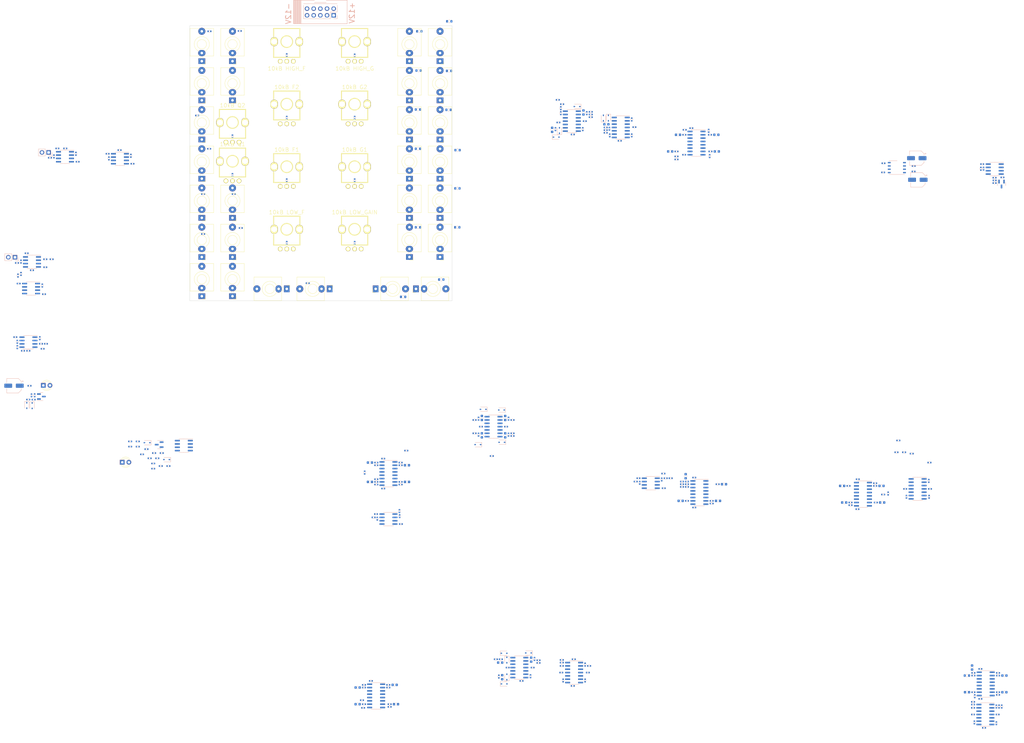
<source format=kicad_pcb>
(kicad_pcb (version 20221018) (generator pcbnew)
  (layers (0 "F.Cu" signal) (31 "B.Cu" signal) (34 "B.Paste" user) (35 "F.Paste" user) (36 "B.SilkS" user "B.Silkscreen") (37 "F.SilkS" user "F.Silkscreen") (38 "B.Mask" user) (39 "F.Mask" user) (44 "Edge.Cuts" user))
  (net 0 "")
  (net 1 "Net-(U9D--)")
  (net 2 "GNDA")
  (net 3 "Net-(J5-Pin_1)")
  (net 4 "Net-(J5-Pin_3)")
  (net 5 "+12V")
  (net 6 "-12V")
  (net 7 "Net-(U23A-+)")
  (net 8 "Net-(J1-PadT)")
  (net 9 "Net-(D10-A)")
  (net 12 "Net-(R10-Pad2)")
  (net 13 "Net-(R11-Pad2)")
  (net 14 "Net-(C10-Pad1)")
  (net 15 "Net-(U12A--)")
  (net 16 "Net-(U9B--)")
  (net 17 "Net-(U9A--)")
  (net 18 "Net-(U9C--)")
  (net 19 "Net-(D13-A)")
  (net 20 "Net-(D1-A)")
  (net 21 "+10V")
  (net 23 "Net-(J7-PadT)")
  (net 25 "Net-(J8-PadT)")
  (net 27 "-10V")
  (net 28 "F_GLOBAL")
  (net 29 "GAIN_GLOBAL")
  (net 30 "Net-(R30-Pad2)")
  (net 31 "Net-(U14A--)")
  (net 32 "Net-(C31-Pad1)")
  (net 35 "Net-(D16-A)")
  (net 36 "Net-(C3-Pad1)")
  (net 37 "/sheet2/VC1")
  (net 38 "Net-(C24-Pad1)")
  (net 39 "/sheet2/I_OUT1")
  (net 40 "Net-(C25-Pad1)")
  (net 41 "/sheet2/VC2")
  (net 42 "Net-(U23B--)")
  (net 43 "Net-(C29-Pad1)")
  (net 44 "/sheet2/VC4")
  (net 45 "Net-(D1-K)")
  (net 46 "/sheet2/I_OUT4")
  (net 47 "Net-(C32-Pad1)")
  (net 48 "/sheet2/VC3")
  (net 49 "Net-(D3-K)")
  (net 50 "Net-(J9-PadT)")
  (net 51 "Net-(J10-PadT)")
  (net 52 "Net-(R3-Pad2)")
  (net 53 "/sheet2/I_IN1")
  (net 54 "/sheet2/I_IN2")
  (net 55 "Net-(R36-Pad2)")
  (net 56 "/sheet2/I_IN4")
  (net 57 "Net-(R44-Pad2)")
  (net 58 "/sheet2/I_IN3")
  (net 59 "/sheet3/I_IN1")
  (net 60 "/sheet3/VC1")
  (net 61 "/sheet3/I_OUT1")
  (net 62 "/sheet3/VC2")
  (net 63 "/sheet3/I_IN2")
  (net 64 "/sheet3/I_IN3")
  (net 65 "/sheet3/VC3")
  (net 66 "/sheet3/I_OUT4")
  (net 67 "Net-(C23-Pad1)")
  (net 68 "/sheet3/I_IN4")
  (net 69 "Net-(C26-Pad1)")
  (net 70 "Net-(C44-Pad1)")
  (net 71 "Net-(C46-Pad1)")
  (net 72 "Net-(J11-PadT)")
  (net 74 "Net-(J12-PadT)")
  (net 76 "Net-(J13-PadT)")
  (net 78 "Net-(J14-PadT)")
  (net 80 "Net-(J15-PadT)")
  (net 82 "Net-(J16-PadT)")
  (net 84 "Net-(R52-Pad2)")
  (net 85 "Net-(C9-Pad1)")
  (net 86 "Net-(D3-A)")
  (net 87 "Net-(J6-PadT)")
  (net 89 "Net-(D4-A)")
  (net 90 "Net-(D5-K)")
  (net 91 "Net-(D5-A)")
  (net 92 "Net-(D10-K)")
  (net 93 "Net-(R58-Pad2)")
  (net 94 "Net-(R64-Pad2)")
  (net 95 "/sheet3/I_OUT2")
  (net 96 "Net-(R78-Pad2)")
  (net 97 "/sheet3/I_OUT3")
  (net 98 "/sheet4/VC1")
  (net 99 "Net-(D13-K)")
  (net 100 "Net-(C56-Pad1)")
  (net 101 "Net-(C57-Pad1)")
  (net 102 "/sheet4/VC3")
  (net 103 "Net-(D16-K)")
  (net 104 "Net-(C59-Pad1)")
  (net 105 "/sheet4/I_OUT1")
  (net 106 "Net-(C61-Pad1)")
  (net 107 "Net-(C62-Pad1)")
  (net 108 "/sheet4/I_OUT4")
  (net 109 "/sheet4/VC2")
  (net 110 "Net-(D18-K)")
  (net 111 "Net-(D18-A)")
  (net 112 "Net-(D19-A)")
  (net 113 "Net-(J17-PadT)")
  (net 115 "Net-(J18-PadT)")
  (net 117 "Net-(J19-PadT)")
  (net 119 "Net-(J20-PadT)")
  (net 121 "Net-(J21-PadT)")
  (net 123 "Net-(J22-PadT)")
  (net 125 "Net-(R84-Pad2)")
  (net 126 "Net-(D20-K)")
  (net 127 "Net-(R90-Pad2)")
  (net 128 "Net-(R91-Pad2)")
  (net 129 "Net-(R103-Pad1)")
  (net 130 "/sheet4/I_IN3")
  (net 131 "/sheet4/I_IN1")
  (net 132 "/sheet4/I_OUT2")
  (net 133 "/sheet4/I_IN2")
  (net 134 "Net-(D20-A)")
  (net 135 "/sheet4/I_IN4")
  (net 136 "Net-(R109-Pad2)")
  (net 137 "Net-(R110-Pad2)")
  (net 138 "Net-(J2-Pin_2)")
  (net 139 "/sheet3/BP_1L")
  (net 140 "/sheet4/BP_2L")
  (net 141 "/sheet1/L+BUS")
  (net 142 "/sheet3/HP_1L")
  (net 143 "/sheet4/HP_2L")
  (net 144 "Net-(C64-Pad1)")
  (net 145 "Net-(C65-Pad1)")
  (net 146 "Net-(C68-Pad1)")
  (net 147 "/sheet3/BP_1R")
  (net 148 "/sheet3/I_OUT5")
  (net 149 "Net-(C70-Pad1)")
  (net 150 "Net-(C71-Pad1)")
  (net 151 "/sheet3/I_OUT8")
  (net 152 "Net-(J23-PadT)")
  (net 154 "Net-(J24-PadT)")
  (net 156 "Net-(J25-PadT)")
  (net 158 "Net-(J30-Pin_2)")
  (net 159 "/sheet3/HP_1R")
  (net 160 "Net-(R119-Pad2)")
  (net 161 "Net-(R120-Pad2)")
  (net 162 "/sheet3/I_IN7")
  (net 163 "/sheet3/I_IN5")
  (net 164 "/sheet3/I_OUT6")
  (net 165 "/sheet3/I_IN6")
  (net 166 "/sheet3/I_IN8")
  (net 167 "Net-(Q1-B)")
  (net 168 "/sheet3/I_OUT7")
  (net 169 "Net-(C74-Pad1)")
  (net 170 "Net-(C75-Pad1)")
  (net 171 "Net-(C76-Pad1)")
  (net 172 "/sheet4/I_OUT5")
  (net 173 "Net-(C78-Pad1)")
  (net 174 "Net-(C79-Pad1)")
  (net 175 "/sheet4/I_OUT8")
  (net 176 "Net-(J26-PadT)")
  (net 178 "Net-(J27-PadT)")
  (net 180 "Net-(J28-PadT)")
  (net 182 "Net-(Q2-B)")
  (net 183 "Net-(R137-Pad2)")
  (net 184 "Net-(R138-Pad2)")
  (net 185 "/sheet4/I_IN7")
  (net 186 "/sheet4/I_IN5")
  (net 187 "/sheet4/I_OUT6")
  (net 188 "/sheet4/I_IN6")
  (net 189 "/sheet4/I_IN8")
  (net 190 "Net-(U1A--)")
  (net 191 "Net-(U5A-+)")
  (net 192 "Net-(U1B--)")
  (net 193 "Net-(C47-Pad1)")
  (net 194 "Net-(U5A--)")
  (net 195 "Net-(U5B-+)")
  (net 196 "Net-(U13A--)")
  (net 197 "Net-(U12B--)")
  (net 198 "Net-(R59-Pad2)")
  (net 199 "Net-(U6A--)")
  (net 200 "Net-(R77-Pad2)")
  (net 201 "/sheet4/BP_2R")
  (net 202 "/sheet4/HP_2R")
  (net 203 "Net-(C86-Pad1)")
  (net 204 "Net-(C87-Pad1)")
  (net 205 "/sheet2/I_OUT5")
  (net 206 "Net-(C90-Pad1)")
  (net 207 "Net-(C91-Pad1)")
  (net 208 "Net-(C92-Pad1)")
  (net 209 "/sheet2/I_OUT8")
  (net 210 "Net-(C93-Pad1)")
  (net 211 "/sheet2/I_IN5")
  (net 212 "/sheet2/I_IN6")
  (net 213 "/sheet2/I_IN8")
  (net 214 "/sheet2/I_IN7")
  (net 215 "Net-(U14B--)")
  (net 216 "/sheet1/IN_L")
  (net 217 "Net-(J29-PadT)")
  (net 219 "/sheet1/IN_R")
  (net 220 "Net-(U15A--)")
  (net 221 "Net-(J31-PadT)")
  (net 223 "Net-(U17A--)")
  (net 224 "Net-(R166-Pad2)")
  (net 225 "Net-(U21A--)")
  (net 226 "/sheet1/R+BUS")
  (net 227 "Net-(R168-Pad2)")
  (net 228 "Net-(U21B--)")
  (net 229 "/sheet1/OUTPUT_L")
  (net 230 "Net-(C16-Pad1)")
  (net 231 "/sheet1/OUTPUT_R")
  (net 232 "Net-(C103-Pad1)")
  (net 233 "Net-(U24A-+)")
  (net 234 "Net-(U24A--)")
  (net 235 "Net-(U24B-+)")
  (footprint "my:RD901F-ALPHA-POT" (layer "F.Cu") (at 36.973 6.096)
    (fp_text reference "RV3" hide)
    (fp_text value "10kB HIGH_F")
  )
  (footprint "kicad_jacks:Jack_3.5mm_QingPu_WQP-PJ398SM_Vertical_CircularHolesSMALL" (layer "F.Cu") (at 83.751 43.456332 180)
    (fp_text reference "J21" hide)
    (fp_text value "LP2")
  )
  (footprint "LED_THT:LED_D3.0mm" (layer "F.Cu") (at -25.781 166.624)
    (fp_text reference "D20" hide)
    (fp_text value "CLIP_R")
  )
  (footprint "kicad_jacks:Jack_3.5mm_QingPu_WQP-PJ398SM_Vertical_CircularHolesSMALL" (layer "F.Cu") (at 95.428 73.353664 180)
    (fp_text reference "J14" hide)
    (fp_text value "BP1L")
  )
  (footprint "my:RD901F-ALPHA-POT" (layer "F.Cu") (at 36.973 29.972)
    (fp_text reference "RV8" hide)
    (fp_text value "10kB F2")
  )
  (footprint "kicad_jacks:Jack_3.5mm_QingPu_WQP-PJ398SM_Vertical_CircularHolesSMALL" (layer "F.Cu") (at 83.751 28.507666 180)
    (fp_text reference "J20" hide)
    (fp_text value "BP2L")
  )
  (footprint "kicad_jacks:Jack_3.5mm_QingPu_WQP-PJ398SM_Vertical_CircularHolesSMALL" (layer "F.Cu") (at 83.751 88.30233 180)
    (fp_text reference "J25" hide)
    (fp_text value "LP1R")
  )
  (footprint "kicad_jacks:Jack_3.5mm_QingPu_WQP-PJ398SM_Vertical_CircularHolesSMALL" (layer "F.Cu") (at 86.24 100.457 90)
    (fp_text reference "J31" hide)
    (fp_text value "OUT_r")
  )
  (footprint "kicad_jacks:Jack_3.5mm_QingPu_WQP-PJ398SM_Vertical_CircularHolesSMALL" (layer "F.Cu") (at 4.572 43.456332 180)
    (fp_text reference "J19" hide)
    (fp_text value "Q2")
  )
  (footprint "my:RD901F-ALPHA-POT" (layer "F.Cu") (at 36.973 77.724)
    (fp_text reference "RV1" hide)
    (fp_text value "10kB LOW_F")
  )
  (footprint "kicad_jacks:Jack_3.5mm_QingPu_WQP-PJ398SM_Vertical_CircularHolesSMALL" (layer "F.Cu") (at 4.572 88.30233 180)
    (fp_text reference "J7" hide)
    (fp_text value "LOW_F")
  )
  (footprint "kicad_jacks:Jack_3.5mm_QingPu_WQP-PJ398SM_Vertical_CircularHolesSMALL" (layer "F.Cu") (at 16.272 13.559 180)
    (fp_text reference "J10" hide)
    (fp_text value "HIGH_G")
  )
  (footprint "kicad_jacks:Jack_3.5mm_QingPu_WQP-PJ398SM_Vertical_CircularHolesSMALL" (layer "F.Cu") (at 4.572 73.353664 180)
    (fp_text reference "J11" hide)
    (fp_text value "F1")
  )
  (footprint "kicad_jacks:Jack_3.5mm_QingPu_WQP-PJ398SM_Vertical_CircularHolesSMALL" (layer "F.Cu") (at 95.428 13.559 180)
    (fp_text reference "J26" hide)
    (fp_text value "HP2R")
  )
  (footprint "kicad_jacks:Jack_3.5mm_QingPu_WQP-PJ398SM_Vertical_CircularHolesSMALL" (layer "F.Cu") (at 83.751 13.559 180)
    (fp_text reference "J22" hide)
    (fp_text value "HP2L")
  )
  (footprint "kicad_jacks:Jack_3.5mm_QingPu_WQP-PJ398SM_Vertical_CircularHolesSMALL" (layer "F.Cu") (at 36.966 100.457 -90)
    (fp_text reference "J1" hide)
    (fp_text value "IN_L")
  )
  (footprint "kicad_jacks:Jack_3.5mm_QingPu_WQP-PJ398SM_Vertical_CircularHolesSMALL" (layer "F.Cu") (at 53.333 100.457 -90)
    (fp_text reference "J29" hide)
    (fp_text value "IN_R")
  )
  (footprint "my:RD901F-ALPHA-POT" (layer "F.Cu") (at 62.85 6.096)
    (fp_text reference "RV4" hide)
    (fp_text value "10kB HIGH_G")
  )
  (footprint "kicad_jacks:Jack_3.5mm_QingPu_WQP-PJ398SM_Vertical_CircularHolesSMALL" (layer "F.Cu") (at 4.572 58.404998 180)
    (fp_text reference "J13" hide)
    (fp_text value "Q1")
  )
  (footprint "kicad_jacks:Jack_3.5mm_QingPu_WQP-PJ398SM_Vertical_CircularHolesSMALL" (layer "F.Cu") (at 95.428 43.456332 180)
    (fp_text reference "J28" hide)
    (fp_text value "LP2R")
  )
  (footprint "my:RD901F-ALPHA-POT" (layer "F.Cu") (at 62.85 29.972)
    (fp_text reference "RV9" hide)
    (fp_text value "10kB G2")
  )
  (footprint "kicad_jacks:Jack_3.5mm_QingPu_WQP-PJ398SM_Vertical_CircularHolesSMALL" (layer "F.Cu") (at 16.272 28.507666 180)
    (fp_text reference "J18" hide)
    (fp_text value "G2")
  )
  (footprint "kicad_jacks:Jack_3.5mm_QingPu_WQP-PJ398SM_Vertical_CircularHolesSMALL" (layer "F.Cu") (at 95.428 28.507666 180)
    (fp_text reference "J27" hide)
    (fp_text value "BP2R")
  )
  (footprint "my:RD901F-ALPHA-POT" (layer "F.Cu") (at 36.973 53.848)
    (fp_text reference "RV5" hide)
    (fp_text value "10kB F1")
  )
  (footprint "kicad_jacks:Jack_3.5mm_QingPu_WQP-PJ398SM_Vertical_CircularHolesSMALL" (layer "F.Cu") (at 95.428 58.404998 180)
    (fp_text reference "J16" hide)
    (fp_text value "HP1L")
  )
  (footprint "my:RD901F-ALPHA-POT" (layer "F.Cu") (at 16.272 36.957)
    (fp_text reference "RV10" hide)
    (fp_text value "10kB Q2")
  )
  (footprint "kicad_jacks:Jack_3.5mm_QingPu_WQP-PJ398SM_Vertical_CircularHolesSMALL" (layer "F.Cu") (at 16.272 73.353664 180)
    (fp_text reference "J12" hide)
    (fp_text value "G1")
  )
  (footprint "kicad_jacks:Jack_3.5mm_QingPu_WQP-PJ398SM_Vertical_CircularHolesSMALL" (layer "F.Cu") (at 83.751 73.353664 180)
    (fp_text reference "J24" hide)
    (fp_text value "BP1R")
  )
  (footprint "kicad_jacks:Jack_3.5mm_QingPu_WQP-PJ398SM_Vertical_CircularHolesSMALL" (layer "F.Cu") (at 16.272 88.30233 180)
    (fp_text reference "J8" hide)
    (fp_text value "LOW_G")
  )
  (footprint "kicad_jacks:Jack_3.5mm_QingPu_WQP-PJ398SM_Vertical_CircularHolesSMALL" (layer "F.Cu") (at 83.751 58.404998 180)
    (fp_text reference "J23" hide)
    (fp_text value "HP1R")
  )
  (footprint "kicad_jacks:Jack_3.5mm_QingPu_WQP-PJ398SM_Vertical_CircularHolesSMALL" (layer "F.Cu") (at 70.873 100.457 90)
    (fp_text reference "J6" hide)
    (fp_text value "OUT_L")
  )
  (footprint "my:RD901F-ALPHA-POT" (layer "F.Cu") (at 62.85 53.848)
    (fp_text reference "RV6" hide)
    (fp_text value "10kB G1")
  )
  (footprint "kicad_jacks:Jack_3.5mm_QingPu_WQP-PJ398SM_Vertical_CircularHolesSMALL" (layer "F.Cu") (at 4.572 103.251 180)
    (fp_text reference "J3" hide)
    (fp_text value "F_GLOBAL")
  )
  (footprint "my:RD901F-ALPHA-POT" (layer "F.Cu") (at 62.85 77.724)
    (fp_text reference "RV2" hide)
    (fp_text value "10kB LOW_GAIN")
  )
  (footprint "kicad_jacks:Jack_3.5mm_QingPu_WQP-PJ398SM_Vertical_CircularHolesSMALL" (layer "F.Cu") (at 16.272 103.251 180)
    (fp_text reference "J4" hide)
    (fp_text value "GAIN_GLOBAL")
  )
  (footprint "my:RD901F-ALPHA-POT" (layer "F.Cu") (at 16.272 51.74775)
    (fp_text reference "RV7" hide)
    (fp_text value "10kB Q1")
  )
  (footprint "LED_THT:LED_D3.0mm" (layer "F.Cu") (at -55.88 137.287)
    (fp_text reference "D5" hide)
    (fp_text value "CLIP_L")
  )
  (footprint "kicad_jacks:Jack_3.5mm_QingPu_WQP-PJ398SM_Vertical_CircularHolesSMALL" (layer "F.Cu") (at 95.428 88.30233 180)
    (fp_text reference "J15" hide)
    (fp_text value "LP1L")
  )
  (footprint "kicad_jacks:Jack_3.5mm_QingPu_WQP-PJ398SM_Vertical_CircularHolesSMALL" (layer "F.Cu") (at 4.572 13.559 180)
    (fp_text reference "J9" hide)
    (fp_text value "HIGH_F")
  )
  (footprint "kicad_jacks:Jack_3.5mm_QingPu_WQP-PJ398SM_Vertical_CircularHolesSMALL" (layer "F.Cu") (at 4.572 28.507666 180)
    (fp_text reference "J17" hide)
    (fp_text value "F2")
  )
  (footprint "Capacitor_SMD:C_0402_1005Metric" (layer "B.Cu") (at 301.498 256.921)
    (fp_text reference "C72" hide)
    (fp_text value "100n 50V X7R")
  )
  (footprint "Diode_SMD:D_SOD-323" (layer "B.Cu") (at 109.855 159.893 180)
    (fp_text reference "D9" hide)
    (fp_text value "1N4148WS")
  )
  (footprint "Resistor_SMD:R_0402_1005Metric" (layer "B.Cu") (at 152.908 32.893 180)
    (fp_text reference "R94" hide)
    (fp_text value "120k")
  )
  (footprint "Resistor_SMD:R_0402_1005Metric" (layer "B.Cu") (at 131.445 241.681 90)
    (fp_text reference "R70" hide)
    (fp_text value "12k")
  )
  (footprint "Capacitor_SMD:C_0603_1608Metric" (layer "B.Cu") (at 200.802 41.656)
    (fp_text reference "C57" hide)
    (fp_text value "560pF 50V C0G 5%")
  )
  (footprint "Resistor_SMD:R_0402_1005Metric" (layer "B.Cu") (at -22.479 49.655 90)
    (fp_text reference "R172" hide)
    (fp_text value "200k")
  )
  (footprint "Capacitor_SMD:C_0402_1005Metric" (layer "B.Cu") (at 150.629952 36.449 180)
    (fp_text reference "C53" hide)
    (fp_text value "100n 50V X7R")
  )
  (footprint "Package_SO:SOIC-8_3.9x4.9mm_P1.27mm" (layer "B.Cu") (at 306.959 54.737 180)
    (fp_text reference "U23" hide)
    (fp_text value "TL072")
  )
  (footprint "Capacitor_SMD:C_0603_1608Metric" (layer "B.Cu") (at 183.188048 48.006 180)
    (fp_text reference "C56" hide)
    (fp_text value "560pF 50V C0G 5%")
  )
  (footprint "Package_SO:SOIC-16_3.9x9.9mm_P1.27mm" (layer "B.Cu") (at 194.334048 178.181 180)
    (fp_text reference "U19" hide)
    (fp_text value "V2164")
  )
  (footprint "Resistor_SMD:R_0402_1005Metric" (layer "B.Cu") (at -15.32181 165.115 180)
    (fp_text reference "R183" hide)
    (fp_text value "100k")
  )
  (footprint "Capacitor_SMD:C_0402_1005Metric" (layer "B.Cu") (at 160.02 39.342 -90)
    (fp_text reference "C50" hide)
    (fp_text value "100n 50V X7R")
  )
  (footprint "Capacitor_SMD:C_0402_1005Metric" (layer "B.Cu") (at 308.074 262.89 180)
    (fp_text reference "C66" hide)
    (fp_text value "100n 50V X7R")
  )
  (footprint "Resistor_SMD:R_0402_1005Metric" (layer "B.Cu") (at -43.434 48.893 90)
    (fp_text reference "R166" hide)
    (fp_text value "100k")
  )
  (footprint "Resistor_SMD:R_0402_1005Metric" (layer "B.Cu") (at 261.368 174.625 180)
    (fp_text reference "R141" hide)
    (fp_text value "100k")
  )
  (footprint "Resistor_SMD:R_0402_1005Metric" (layer "B.Cu") (at 79.945 185.26 90)
    (fp_text reference "R28" hide)
    (fp_text value "100k")
  )
  (footprint "Resistor_SMD:R_0402_1005Metric" (layer "B.Cu") (at 62.865 59.055 -90)
    (fp_text reference "R58" hide)
    (fp_text value "100k")
  )
  (footprint "Resistor_SMD:R_0402_1005Metric" (layer "B.Cu") (at 298.702 260.35)
    (fp_text reference "R126" hide)
    (fp_text value "100k")
  )
  (footprint "Resistor_SMD:R_0402_1005Metric" (layer "B.Cu") (at -26.797 47.498)
    (fp_text reference "R171" hide)
    (fp_text value "100k")
  )
  (footprint "Resistor_SMD:R_0402_1005Metric" (layer "B.Cu") (at 62.865 35.177 -90)
    (fp_text reference "R90" hide)
    (fp_text value "100k")
  )
  (footprint "Resistor_SMD:R_0402_1005Metric" (layer "B.Cu") (at 132.971 242.189 180)
    (fp_text reference "R61" hide)
    (fp_text value "200k")
  )
  (footprint "Capacitor_SMD:C_0603_1608Metric" (layer "B.Cu") (at 203.721 175.006)
    (fp_text reference "C86" hide)
    (fp_text value "560pF 50V C0G 5%")
  )
  (footprint "Resistor_SMD:R_0402_1005Metric" (layer "B.Cu") (at 141.857 243.078 180)
    (fp_text reference "R64" hide)
    (fp_text value "100k")
  )
  (footprint "Resistor_SMD:R_0402_1005Metric" (layer "B.Cu") (at 187.704 175.006 180)
    (fp_text reference "R163" hide)
    (fp_text value "100k")
  )
  (footprint "Resistor_SMD:R_0603_1608Metric" (layer "B.Cu") (at 296.353 248.031 180)
    (fp_text reference "R132" hide)
    (fp_text value "1k")
  )
  (footprint "Resistor_SMD:R_0402_1005Metric" (layer "B.Cu") (at 170.051 173.99 180)
    (fp_text reference "R161" hide)
    (fp_text value "100k")
  )
  (footprint "Resistor_SMD:R_0402_1005Metric" (layer "B.Cu") (at 308.229 254.381 180)
    (fp_text reference "R127" hide)
    (fp_text value "510")
  )
  (footprint "Capacitor_SMD:C_0402_1005Metric" (layer "B.Cu") (at 69.06 250.063 180)
    (fp_text reference "C35" hide)
    (fp_text value "100n 50V X7R")
  )
  (footprint "Resistor_SMD:R_0402_1005Metric" (layer "B.Cu") (at 141.857 244.348)
    (fp_text reference "R71" hide)
    (fp_text value "100k")
  )
  (footprint "Resistor_SMD:R_0402_1005Metric" (layer "B.Cu") (at -47.5 46.863 180)
    (fp_text reference "R167" hide)
    (fp_text value "200k")
  )
  (footprint "Package_SO:SOIC-14_3.9x8.7mm_P1.27mm" (layer "B.Cu") (at 164.345952 38.862 180)
    (fp_text reference "U6" hide)
    (fp_text value "TL074")
  )
  (footprint "Resistor_SMD:R_0402_1005Metric" (layer "B.Cu") (at 272.404 162.814 180)
    (fp_text reference "R139" hide)
    (fp_text value "100k")
  )
  (footprint "Resistor_SMD:R_0603_1608Metric" (layer "B.Cu") (at 102.044 62.103 180)
    (fp_text reference "R81" hide)
    (fp_text value "1k")
  )
  (footprint "Resistor_SMD:R_0402_1005Metric" (layer "B.Cu") (at 302.893 267.97 180)
    (fp_text reference "R117" hide)
    (fp_text value "100k")
  )
  (footprint "Capacitor_SMD:C_0402_1005Metric" (layer "B.Cu") (at 302.19619 52.832)
    (fp_text reference "C99" hide)
    (fp_text value "100n 50V X7R")
  )
  (footprint "Resistor_SMD:R_0402_1005Metric" (layer "B.Cu") (at 108.583 150.495)
    (fp_text reference "R4" hide)
    (fp_text value "100k")
  )
  (footprint "Diode_SMD:D_SOD-323" (layer "B.Cu") (at -62.1792 144.9578 -90)
    (fp_text reference "D4" hide)
    (fp_text value "1N4148WS")
  )
  (footprint "Resistor_SMD:R_0402_1005Metric" (layer "B.Cu") (at 298.829 248.031)
    (fp_text reference "R129" hide)
    (fp_text value "100k")
  )
  (footprint "Capacitor_SMD:C_0402_1005Metric" (layer "B.Cu") (at 254.607 184.531 180)
    (fp_text reference "C80" hide)
    (fp_text value "100n 50V X7R")
  )
  (footprint "Resistor_SMD:R_0402_1005Metric" (layer "B.Cu") (at 301.68819 54.612 90)
    (fp_text reference "R175" hide)
    (fp_text value "100k")
  )
  (footprint "Resistor_SMD:R_0402_1005Metric" (layer "B.Cu") (at 71.114 175.133)
    (fp_text reference "R45" hide)
    (fp_text value "100k")
  )
  (footprint "Resistor_SMD:R_0402_1005Metric" (layer "B.Cu") (at 270.204 158.314 180)
    (fp_text reference "R138" hide)
    (fp_text value "100k")
  )
  (footprint "Package_SO:SOIC-8_3.9x4.9mm_P1.27mm" (layer "B.Cu") (at -2.286 160.274 180)
    (fp_text reference "U24" hide)
    (fp_text value "TL072")
  )
  (footprint "Capacitor_SMD:C_0603_1608Metric" (layer "B.Cu") (at 150.114 33.134 -90)
    (fp_text reference "C58" hide)
    (fp_text value "560pF 50V C0G 5%")
  )
  (footprint "Resistor_SMD:R_0402_1005Metric" (layer "B.Cu") (at 36.957 59.053 -90)
    (fp_text reference "R52" hide)
    (fp_text value "100k")
  )
  (footprint "Resistor_SMD:R_0402_1005Metric" (layer "B.Cu") (at 168.529 35.812 90)
    (fp_text reference "R89" hide)
    (fp_text value "100k")
  )
  (footprint "Diode_SMD:D_SOD-323" (layer "B.Cu") (at 118.999 159.004 180)
    (fp_text reference "D7" hide)
    (fp_text value "1N4148WS")
  )
  (footprint "Resistor_SMD:R_0603_1608Metric" (layer "B.Cu") (at 81.344 103.505)
    (fp_text reference "R23" hide)
    (fp_text value "1k")
  )
  (footprint "Capacitor_SMD:C_0603_1608Metric" (layer "B.Cu") (at 200.981048 48.006)
    (fp_text reference "C59" hide)
    (fp_text value "560pF 50V C0G 5%")
  )
  (footprint "Resistor_SMD:R_0402_1005Metric" (layer "B.Cu") (at 158.597 40.894)
    (fp_text reference "R86" hide)
    (fp_text value "100k")
  )
  (footprint "Capacitor_SMD:C_0402_1005Metric" (layer "B.Cu") (at 71.021 186.403)
    (fp_text reference "C36" hide)
    (fp_text value "100n 50V X7R")
  )
  (footprint "Resistor_SMD:R_0402_1005Metric" (layer "B.Cu") (at -55.12 89.154 180)
    (fp_text reference "R11" hide)
    (fp_text value "100k")
  )
  (footprint "Resistor_SMD:R_0402_1005Metric" (layer "B.Cu") (at -56.767 121.412)
    (fp_text reference "R2" hide)
    (fp_text value "100k")
  )
  (footprint "Capacitor_SMD:C_0603_1608Metric" (layer "B.Cu") (at 82.821 174.117)
    (fp_text reference "C25" hide)
    (fp_text value "560pF 50V C0G 5%")
  )
  (footprint "Resistor_SMD:R_0402_1005Metric" (layer "B.Cu") (at 189.609 173.99)
    (fp_text reference "R159" hide)
    (fp_text value "510")
  )
  (footprint "Diode_SMD:D_SOD-323" (layer "B.Cu") (at 111.887 146.431 180)
    (fp_text reference "D6" hide)
    (fp_text value "1N4148WS")
  )
  (footprint "Diode_SMD:D_SOD-323" (layer "B.Cu") (at -8.83181 165.605 180)
    (fp_text reference "D18" hide)
    (fp_text value "1N4148WS")
  )
  (footprint "Resistor_SMD:R_0402_1005Metric" (layer "B.Cu") (at 185.601048 51.054 180)
    (fp_text reference "R97" hide)
    (fp_text value "100k")
  )
  (footprint "Capacitor_SMD:C_0402_1005Metric" (layer "B.Cu") (at 80.01 187.193 -90)
    (fp_text reference "C24" hide)
    (fp_text value "68pF 50V NP0 ±1%")
  )
  (footprint "Resistor_SMD:R_0402_1005Metric" (layer "B.Cu") (at 187.704 173.99 180)
    (fp_text reference "R134" hide)
    (fp_text value "100k")
  )
  (footprint "Resistor_SMD:R_0603_1608Metric" (layer "B.Cu") (at 87.249 17.145 180)
    (fp_text reference "R113" hide)
    (fp_text value "1k")
  )
  (footprint "Resistor_SMD:R_0402_1005Metric" (layer "B.Cu") (at 19.05 2.032 180)
    (fp_text reference "R48" hide)
    (fp_text value "120k")
  )
  (footprint "Resistor_SMD:R_0402_1005Metric" (layer "B.Cu") (at 110.109 156.085 -90)
    (fp_text reference "R51" hide)
    (fp_text value "12k")
  )
  (footprint "Resistor_SMD:R_0603_1608Metric" (layer "B.Cu") (at 98.933 -1.651 180)
    (fp_text reference "R149" hide)
    (fp_text value "1k")
  )
  (footprint "Resistor_SMD:R_0402_1005Metric" (layer "B.Cu") (at 298.835 254.381)
    (fp_text reference "R124" hide)
    (fp_text value "510")
  )
  (footprint "Resistor_SMD:R_0402_1005Metric" (layer "B.Cu") (at 16.256 57.021 -90)
    (fp_text reference "R78" hide)
    (fp_text value "150k")
  )
  (footprint "Resistor_SMD:R_0402_1005Metric" (layer "B.Cu") (at 298.704 259.08 180)
    (fp_text reference "R120" hide)
    (fp_text value "100k")
  )
  (footprint "Package_SO:SOIC-16_3.9x9.9mm_P1.27mm" (layer "B.Cu") (at 71.052 255.778 180)
    (fp_text reference "U11" hide)
    (fp_text value "V2164")
  )
  (footprint "Connector_PinHeader_2.54mm:PinHeader_1x02_P2.54mm_Vertical" (layer "B.Cu") (at -53.848 48.387 90)
    (fp_text reference "J30" hide)
    (fp_text value "-6dB")
  )
  (footprint "Resistor_SMD:R_0402_1005Metric" (layer "B.Cu") (at 123.065 155.575 180)
    (fp_text reference "R31" hide)
    (fp_text value "200k")
  )
  (footprint "Resistor_SMD:R_0402_1005Metric" (layer "B.Cu") (at 189.609 175.006)
    (fp_text reference "R158" hide)
    (fp_text value "100k")
  )
  (footprint "Resistor_SMD:R_0402_1005Metric" (layer "B.Cu") (at 189.611 181.356)
    (fp_text reference "R164" hide)
    (fp_text value "510")
  )
  (footprint "Resistor_SMD:R_0402_1005Metric" (layer "B.Cu") (at 71.118 173.101)
    (fp_text reference "R49" hide)
    (fp_text value "100k")
  )
  (footprint "Capacitor_SMD:C_0402_1005Metric" (layer "B.Cu") (at -54.864 121.412)
    (fp_text reference "C9" hide)
    (fp_text value "100n 50V X7R")
  )
  (footprint "Resistor_SMD:R_0402_1005Metric" (layer "B.Cu") (at 180.594 170.942)
    (fp_text reference "R155" hide)
    (fp_text value "100k")
  )
  (footprint "Resistor_SMD:R_0402_1005Metric" (layer "B.Cu") (at 197.866 40.13 -90)
    (fp_text reference "R99" hide)
    (fp_text value "100k")
  )
  (footprint "Resistor_SMD:R_0402_1005Metric" (layer "B.Cu") (at -22.76181 158.675 180)
    (fp_text reference "R184" hide)
    (fp_text value "22k")
  )
  (footprint "Package_SO:SOIC-8_3.9x4.9mm_P1.27mm" (layer "B.Cu") (at -60.53688 100.33 180)
    (fp_text reference "U3" hide)
    (fp_text value "TL072")
  )
  (footprint "Capacitor_SMD:C_0603_1608Metric" (layer "B.Cu") (at 298.323 244.97 90)
    (fp_text reference "C70" hide)
    (fp_text value "560pF 50V C0G 5%")
  )
  (footprint "Resistor_SMD:R_0402_1005Metric" (layer "B.Cu") (at 5.08 64.262)
    (fp_text reference "R55" hide)
    (fp_text value "100k")
  )
  (footprint "Resistor_SMD:R_0402_1005Metric" (layer "B.Cu") (at 80.391 175.133 180)
    (fp_text reference "R29" hide)
    (fp_text value "100k")
  )
  (footprint "Capacitor_SMD:C_0402_1005Metric" (layer "B.Cu") (at 264.414 56.007 180)
    (fp_text reference "C5" hide)
    (fp_text value "100n")
  )
  (footprint "Resistor_SMD:R_0402_1005Metric" (layer "B.Cu") (at 281.813 173.734 90)
    (fp_text reference "R136" hide)
    (fp_text value "100k")
  )
  (footprint "Resistor_SMD:R_0402_1005Metric" (layer "B.Cu") (at 199.011 181.356 180)
    (fp_text reference "R157" hide)
    (fp_text value "510")
  )
  (footprint "Resistor_SMD:R_0402_1005Metric" (layer "B.Cu") (at -65.786 122.682 90)
    (fp_text reference "R13" hide)
    (fp_text value "100k")
  )
  (footprint "Resistor_SMD:R_0402_1005Metric" (layer "B.Cu") (at -64.389 90.045 90)
    (fp_text reference "R22" hide)
    (fp_text value "100k")
  )
  (footprint "Capacitor_SMD:C_0603_1608Metric" (layer "B.Cu") (at 82.808 167.767)
    (fp_text reference "C3" hide)
    (fp_text value "560pF 50V C0G 5%")
  )
  (footprint "Resistor_SMD:R_0402_1005Metric" (layer "B.Cu") (at 146.05 251.968 180)
    (fp_text reference "R56" hide)
    (fp_text value "100k")
  )
  (footprint "Resistor_SMD:R_0402_1005Metric" (layer "B.Cu") (at 65.659 257.429)
    (fp_text reference "R66" hide)
    (fp_text value "100k")
  )
  (footprint "Diode_SMD:D_SOD-323" (layer "B.Cu") (at 119.854 239.522)
    (fp_text reference "D11" hide)
    (fp_text value "1N4148WS")
  )
  (footprint "Diode_SMD:D_SOD-323" (layer "B.Cu") (at 140.97 40.039 90)
    (fp_text reference "D16" hide)
    (fp_text value "1N4148WS")
  )
  (footprint "Capacitor_SMD:C_0603_1608Metric" (layer "B.Cu") (at 119.126 248.653 90)
    (fp_text reference "C48" hide)
    (fp_text value "560pF 50V C0G 5%")
  )
  (footprint "Resistor_SMD:R_0402_1005Metric" (layer "B.Cu") (at 82.55 162.179)
    (fp_text reference "R9" hide)
    (fp_text value "100k")
  )
  (footprint "Capacitor_SMD:C_0402_1005Metric" (layer "B.Cu") (at -18.21181 163.605 180)
    (fp_text reference "C102" hide)
    (fp_text value "100n 50V X7R")
  )
  (footprint "Capacitor_SMD:C_0603_1608Metric" (layer "B.Cu") (at 189.103 171.945 90)
    (fp_text reference "C91" hide)
    (fp_text value "560pF 50V C0G 5%")
  )
  (footprint "Capacitor_SMD:C_0402_1005Metric" (layer "B.Cu") (at -22.74181 160.655 180)
    (fp_text reference "C16" hide)
    (fp_text value "100n 50V X7R")
  )
  (footprint "Resistor_SMD:R_0402_1005Metric" (layer "B.Cu") (at 66.675 170.561 -90)
    (fp_text reference "R42" hide)
    (fp_text value "100k")
  )
  (footprint "Capacitor_SMD:C_0603_1608Metric" (layer "B.Cu") (at 130.175 241.948 -90)
    (fp_text reference "C27" hide)
    (fp_text value "560pF 50V C0G 5%")
  )
  (footprint "Resistor_SMD:R_0402_1005Metric" (layer "B.Cu") (at 80.393 167.767 180)
    (fp_text reference "R7" hide)
    (fp_text value "510")
  )
  (footprint "Package_SO:SOIC-14_3.9x8.7mm_P1.27mm" (layer "B.Cu") (at 115.824 153.035 180)
    (fp_text reference "U9" hide)
    (fp_text value "TL074")
  )
  (footprint "Resistor_SMD:R_0402_1005Metric" (layer "B.Cu") (at -10.71181 163.125 180)
    (fp_text reference "R179" hide)
    (fp_text value "100k")
  )
  (footprint "Resistor_SMD:R_0402_1005Metric" (layer "B.Cu") (at 308.231 247.015 180)
    (fp_text reference "R123" hide)
    (fp_text value "100k")
  )
  (footprint "Resistor_SMD:R_0402_1005Metric" (layer "B.Cu") (at 110.109 149.987 90)
    (fp_text reference "R8" hide)
    (fp_text value "18k")
  )
  (footprint "Resistor_SMD:R_0402_1005Metric" (layer "B.Cu") (at 7.368 46.99)
    (fp_text reference "R74" hide)
    (fp_text value "100k")
  )
  (footprint "Resistor_SMD:R_0402_1005Metric" (layer "B.Cu") (at 66.417 251.587)
    (fp_text reference "R75" hide)
    (fp_text value "100k")
  )
  (footprint "Resistor_SMD:R_0603_1608Metric" (layer "B.Cu") (at 86.995 76.962 180)
    (fp_text reference "R133" hide)
    (fp_text value "1k")
  )
  (footprint "Capacitor_SMD:C_0603_1608Metric" (layer "B.Cu") (at 264.037 181.991)
    (fp_text reference "C76" hide)
    (fp_text value "560pF 50V C0G 5%")
  )
  (footprint "Diode_SMD:D_SOD-323" (layer "B.Cu") (at 159.639 35.272 -90)
    (fp_text reference "D1" hide)
    (fp_text value "1N4148WS")
  )
  (footprint "Capacitor_SMD:C_0402_1005Metric" (layer "B.Cu") (at 299.212 265.91 90)
    (fp_text reference "C71" hide)
    (fp_text value "68pF 50V NP0 ±1%")
  )
  (footprint "Resistor_SMD:R_0402_1005Metric" (layer "B.Cu") (at 19.431 77.216)
    (fp_text reference "R33" hide)
    (fp_text value "120k")
  )
  (footprint "Diode_SMD:D_SOD-323" (layer "B.Cu") (at 157.734 35.272 90)
    (fp_text reference "D2" hide)
    (fp_text value "1N4148WS")
  )
  (footprint "Resistor_SMD:R_0402_1005Metric" (layer "B.Cu") (at 306.89319 60.071 180)
    (fp_text reference "R14" hide)
    (fp_text value "3k3")
  )
  (footprint "Capacitor_SMD:C_0402_1005Metric" (layer "B.Cu") (at 254.734 173.101 180)
    (fp_text reference "C81" hide)
    (fp_text value "100n 50V X7R")
  )
  (footprint "Resistor_SMD:R_0603_1608Metric" (layer "B.Cu") (at 98.679 32.131 180)
    (fp_text reference "R151" hide)
    (fp_text value "1k")
  )
  (footprint "Resistor_SMD:R_0402_1005Metric" (layer "B.Cu") (at 298.831 247.015)
    (fp_text reference "R130" hide)
    (fp_text value "510")
  )
  (footprint "Resistor_SMD:R_0402_1005Metric" (layer "B.Cu") (at -65.786 120.65 90)
    (fp_text reference "R12" hide)
    (fp_text value "100k")
  )
  (footprint "Resistor_SMD:R_0402_1005Metric" (layer "B.Cu") (at -12.41181 165.115 180)
    (fp_text reference "R181" hide)
    (fp_text value "100k")
  )
  (footprint "Diode_SMD:D_SOD-323" (layer "B.Cu") (at 118.872 146.685 180)
    (fp_text reference "D8" hide)
    (fp_text value "1N4148WS")
  )
  (footprint "Package_TO_SOT_SMD:SOT-23" (layer "B.Cu") (at 309.56219 60.452 -90)
    (fp_text reference "U4" hide)
    (fp_text value "LM4040B10")
  )
  (footprint "Capacitor_SMD:C_0402_1005Metric" (layer "B.Cu") (at 188.53 49.276 180)
    (fp_text reference "C51" hide)
    (fp_text value "100n 50V X7R")
  )
  (footprint "Resistor_SMD:R_0402_1005Metric" (layer "B.Cu") (at 123.065 150.495 180)
    (fp_text reference "R37" hide)
    (fp_text value "100k")
  )
  (footprint "Resistor_SMD:R_0402_1005Metric" (layer "B.Cu") (at 282.067 166.751 180)
    (fp_text reference "R135" hide)
    (fp_text value "100k")
  )
  (footprint "Capacitor_SMD:C_0603_1608Metric" (layer "B.Cu") (at 310.659 248.031)
    (fp_text reference "C65" hide)
    (fp_text value "560pF 50V C0G 5%")
  )
  (footprint "Capacitor_SMD:C_0402_1005Metric" (layer "B.Cu") (at 307.594 266.22 90)
    (fp_text reference "C69" hide)
    (fp_text value "68pF 50V NP0 ±1%")
  )
  (footprint "Resistor_SMD:R_0402_1005Metric" (layer "B.Cu") (at 308.61 259.84 -90)
    (fp_text reference "R116" hide)
    (fp_text value "100k")
  )
  (footprint "Resistor_SMD:R_0603_1608Metric" (layer "B.Cu") (at 101.981 76.962 180)
    (fp_text reference "R82" hide)
    (fp_text value "1k")
  )
  (footprint "Resistor_SMD:R_0402_1005Metric" (layer "B.Cu") (at 117.856 248.412 -90)
    (fp_text reference "R80" hide)
    (fp_text value "22k")
  )
  (footprint "Resistor_SMD:R_0402_1005Metric" (layer "B.Cu") (at 141.988 29.972 180)
    (fp_text reference "R91" hide)
    (fp_text value "100k")
  )
  (footprint "Resistor_SMD:R_0402_1005Metric" (layer "B.Cu") (at 62.865 82.931 -90)
    (fp_text reference "R30" hide)
    (fp_text value "100k")
  )
  (footprint "Package_SO:SOIC-14_3.9x8.7mm_P1.27mm" (layer "B.Cu") (at 277.56 176.784 180)
    (fp_text reference "U17" hide)
    (fp_text value "TL074")
  )
  (footprint "Capacitor_SMD:C_0402_1005Metric" (layer "B.Cu") (at -60.3758 141.0996 90)
    (fp_text reference "C10" hide)
    (fp_text value "100n 50V X7R")
  )
  (footprint "Resistor_SMD:R_0402_1005Metric" (layer "B.Cu") (at -8.16181 168.075 180)
    (fp_text reference "R178" hide)
    (fp_text value "100k")
  )
  (footprint "Capacitor_SMD:C_0603_1608Metric" (layer "B.Cu") (at 120.269 156.35 90)
    (fp_text reference "C28" hide)
    (fp_text value "560pF 50V C0G 5%")
  )
  (footprint "Resistor_SMD:R_0402_1005Metric" (layer "B.Cu") (at -65.532 95.377 -90)
    (fp_text reference "R15" hide)
    (fp_text value "100k")
  )
  (footprint "Resistor_SMD:R_0402_1005Metric" (layer "B.Cu") (at 76.202 258.953 180)
    (fp_text reference "R72" hide)
    (fp_text value "510")
  )
  (footprint "Resistor_SMD:R_0402_1005Metric" (layer "B.Cu") (at 123.065 156.591 180)
    (fp_text reference "R32" hide)
    (fp_text value "120k")
  )
  (footprint "Capacitor_SMD:C_0402_1005Metric" (layer "B.Cu") (at 171.093048 172.72 180)
    (fp_text reference "C88" hide)
    (fp_text value "100n 50V X7R")
  )
  (footprint "Resistor_SMD:R_0402_1005Metric" (layer "B.Cu") (at -61.6204 142.6972)
    (fp_text reference "R24" hide)
    (fp_text value "12k")
  )
  (footprint "Diode_SMD:D_SOD-323" (layer "B.Cu") (at -16.27181 159.155 180)
    (fp_text reference "D19" hide)
    (fp_text value "1N4148WS")
  )
  (footprint "Resistor_SMD:R_0402_1005Metric" (layer "B.Cu") (at 152.908 33.909 180)
    (fp_text reference "R93" hide)
    (fp_text value "200k")
  )
  (footprint "Resistor_SMD:R_0603_1608Metric" (layer "B.Cu") (at 102.108 47.498 180)
    (fp_text reference "R83" hide)
    (fp_text value "1k")
  )
  (footprint "Resistor_SMD:R_0402_1005Metric" (layer "B.Cu") (at 116.711 241.808)
    (fp_text reference "R54" hide)
    (fp_text value "100k")
  )
  (footprint "Package_SO:SOIC-16_3.9x9.9mm_P1.27mm" (layer "B.Cu") (at 303.53 251.206 180)
    (fp_text reference "U16" hide)
    (fp_text value "V2164")
  )
  (footprint "Resistor_SMD:R_0402_1005Metric" (layer "B.Cu") (at -30.861 50.675 90)
    (fp_text reference "R168" hide)
    (fp_text value "100k")
  )
  (footprint "Resistor_SMD:R_0402_1005Metric" (layer "B.Cu") (at 126.49 250.063 180)
    (fp_text reference "R79" hide)
    (fp_text value "150k")
  )
  (footprint "Capacitor_SMD:C_0603_1608Metric" (layer "B.Cu") (at 78.63 258.953)
    (fp_text reference "C44" hide)
    (fp_text value "560pF 50V C0G 5%")
  )
  (footprint "Package_SO:SOIC-16_3.9x9.9mm_P1.27mm" (layer "B.Cu") (at 75.754 170.942 180)
    (fp_text reference "U7" hide)
    (fp_text value "V2164")
  )
  (footprint "Resistor_SMD:R_0402_1005Metric" (layer "B.Cu") (at 181.485 172.72 180)
    (fp_text reference "R154" hide)
    (fp_text value "100k")
  )
  (footprint "Resistor_SMD:R_0402_1005Metric" (layer "B.Cu") (at -57.220658 119.272 90)
    (fp_text reference "R17" hide)
    (fp_text value "100k")
  )
  (footprint "Diode_SMD:D_SOD-323" (layer "B.Cu") (at 139.734 42.545)
    (fp_text reference "D17" hide)
    (fp_text value "1N4148WS")
  )
  (footprint "Package_TO_SOT_SMD:SOT-23" (layer "B.Cu") (at -56.6166 141.5542)
    (fp_text reference "Q1" hide)
    (fp_text value "MMBT3904")
  )
  (footprint "Resistor_SMD:R_0402_1005Metric" (layer "B.Cu") (at 188.722 39.751)
    (fp_text reference "R107" hide)
    (fp_text value "100k")
  )
  (footprint "Resistor_SMD:R_0603_1608Metric" (layer "B.Cu") (at 86.995 46.99 180)
    (fp_text reference "R131" hide)
    (fp_text value "1k")
  )
  (footprint "Capacitor_SMD:C_0402_1005Metric" (layer "B.Cu") (at 80.49 190.213 180)
    (fp_text reference "C37" hide)
    (fp_text value "100n 50V X7R")
  )
  (footprint "Capacitor_SMD:CP_Elec_5x5.3" (layer "B.Cu") (at 277.23988 50.5714 180)
    (fp_text reference "C20" hide)
    (fp_text value "22uF")
  )
  (footprint "Package_SO:SOIC-14_3.9x8.7mm_P1.27mm" (layer "B.Cu") (at 146.558 246.888 180)
    (fp_text reference "U13" hide)
    (fp_text value "TL074")
  )
  (footprint "Resistor_SMD:R_0402_1005Metric" (layer "B.Cu") (at -53.342 50.419 180)
    (fp_text reference "R169" hide)
    (fp_text value "100k")
  )
  (footprint "Resistor_SMD:R_0603_1608Metric" (layer "B.Cu") (at 98.869 17.272 180)
    (fp_text reference "R150" hide)
    (fp_text value "1k")
  )
  (footprint "Resistor_SMD:R_0402_1005Metric" (layer "B.Cu") (at 299.339 255.907 90)
    (fp_text reference "R122" hide)
    (fp_text value "100k")
  )
  (footprint "Capacitor_SMD:C_0402_1005Metric" (layer "B.Cu") (at 302.70419 54.582 -90)
    (fp_text reference "C98" hide)
    (fp_text value "68pF 50V NP0 ±1%")
  )
  (footprint "Resistor_SMD:R_0402_1005Metric" (layer "B.Cu") (at 188.595 41.656)
    (fp_text reference "R108" hide)
    (fp_text value "510")
  )
  (footprint "Capacitor_SMD:C_0603_1608Metric" (layer "B.Cu") (at 111.379 156.35 90)
    (fp_text reference "C33" hide)
    (fp_text value "560pF 50V C0G 5%")
  )
  (footprint "Capacitor_SMD:C_0603_1608Metric" (layer "B.Cu") (at 111.379 149.72 -90)
    (fp_text reference "C4" hide)
    (fp_text value "560pF 50V C0G 5%")
  )
  (footprint "Capacitor_SMD:C_0603_1608Metric" (layer "B.Cu") (at 68.69 174.117 180)
    (fp_text reference "C32" hide)
    (fp_text value "560pF 50V C0G 5%")
  )
  (footprint "Capacitor_SMD:C_0402_1005Metric" (layer "B.Cu") (at 160.147 41.882 90)
    (fp_text reference "C62" hide)
    (fp_text value "68pF 50V NP0 ±1%")
  )
  (footprint "Capacitor_SMD:C_0402_1005Metric" (layer "B.Cu") (at 151.796 246.888 180)
    (fp_text reference "C42" hide)
    (fp_text value "100n 50V X7R")
  )
  (footprint "Capacitor_SMD:C_0402_1005Metric" (layer "B.Cu") (at 272.824 176.784 180)
    (fp_text reference "C83" hide)
    (fp_text value "100n 50V X7R")
  )
  (footprint "Resistor_SMD:R_0402_1005Metric" (layer "B.Cu") (at 141.478 33.401 -90)
    (fp_text reference "R103" hide)
    (fp_text value "100k")
  )
  (footprint "Resistor_SMD:R_0402_1005Metric" (layer "B.Cu") (at 66.419 252.603)
    (fp_text reference "R76" hide)
    (fp_text value "510")
  )
  (footprint "Capacitor_SMD:C_0402_1005Metric" (layer "B.Cu") (at 276.0218 55.6514 180)
    (fp_text reference "C7" hide)
    (fp_text value "100n 50V X7R")
  )
  (footprint "Resistor_SMD:R_0402_1005Metric" (layer "B.Cu") (at 308.229 255.397)
    (fp_text reference "R128" hide)
    (fp_text value "100k")
  )
  (footprint "Package_SO:SOIC-14_3.9x8.7mm_P1.27mm" (layer "B.Cu") (at 125.662 244.983 180)
    (fp_text reference "U12" hide)
    (fp_text value "TL074")
  )
  (footprint "Resistor_SMD:R_0402_1005Metric" (layer "B.Cu") (at -59.563 142.7226)
    (fp_text reference "R25" hide)
    (fp_text value "100k")
  )
  (footprint "Resistor_SMD:R_0402_1005Metric" (layer "B.Cu") (at 158.597 39.878)
    (fp_text reference "R87" hide)
    (fp_text value "100k")
  )
  (footprint "Capacitor_SMD:C_0402_1005Metric" (layer "B.Cu") (at 276.07 53.5686 180)
    (fp_text reference "C8" hide)
    (fp_text value "100n 50V X7R")
  )
  (footprint "Package_SO:SOIC-8_3.9x4.9mm_P1.27mm" (layer "B.Cu") (at -47.611496 50.038 180)
    (fp_text reference "U21" hide)
    (fp_text value "TL072")
  )
  (footprint "Resistor_SMD:R_0402_1005Metric" (layer "B.Cu") (at 36.957 35.177 -90)
    (fp_text reference "R84" hide)
    (fp_text value "100k")
  )
  (footprint "Package_SO:SOIC-8_3.9x4.9mm_P1.27mm" (layer "B.Cu") (at -60.198 90.17 180)
    (fp_text reference "U1" hide)
    (fp_text value "TL072")
  )
  (footprint "Capacitor_SMD:C_0402_1005Metric" (layer "B.Cu") (at 180.745048 176.53 180)
    (fp_text reference "C89" hide)
    (fp_text value "100n 50V X7R")
  )
  (footprint "my:eurorac_power-v2" (layer "B.Cu") (at 54.864 -3.937 90)
    (fp_text reference "J5" hide)
    (fp_text value "POWER")
  )
  (footprint "Resistor_SMD:R_0402_1005Metric" (layer "B.Cu") (at 150.749 243.838 90)
    (fp_text reference "R57" hide)
    (fp_text value "100k")
  )
  (footprint "Resistor_SMD:R_0402_1005Metric" (layer "B.Cu") (at -64.389 94.742 90)
    (fp_text reference "R10" hide)
    (fp_text value "100k")
  )
  (footprint "Resistor_SMD:R_0402_1005Metric" (layer "B.Cu") (at 146.429 241.808 180)
    (fp_text reference "R59" hide)
    (fp_text value "100k")
  )
  (footprint "Resistor_SMD:R_0402_1005Metric" (layer "B.Cu") (at -59.182 141.0736 90)
    (fp_text reference "R26" hide)
    (fp_text value "22k")
  )
  (footprint "Capacitor_SMD:C_0603_1608Metric" (layer "B.Cu") (at 138.176 39.764 90)
    (fp_text reference "C63" hide)
    (fp_text value "560pF 50V C0G 5%")
  )
  (footprint "Resistor_SMD:R_0402_1005Metric" (layer "B.Cu") (at 108.583 155.575)
    (fp_text reference "R47" hide)
    (fp_text value "120k")
  )
  (footprint "Capacitor_SMD:C_0603_1608Metric" (layer "B.Cu") (at 201.437 181.356)
    (fp_text reference "C90" hide)
    (fp_text value "560pF 50V C0G 5%")
  )
  (footprint "Resistor_SMD:R_0402_1005Metric" (layer "B.Cu") (at 151.384 33.399 90)
    (fp_text reference "R102" hide)
    (fp_text value "12k")
  )
  (footprint "Resistor_SMD:R_0402_1005Metric" (layer "B.Cu") (at 66.419 258.953)
    (fp_text reference "R68" hide)
    (fp_text value "510")
  )
  (footprint "Capacitor_SMD:C_0603_1608Metric" (layer "B.Cu") (at 187.185 181.356 180)
    (fp_text reference "C93" hide)
    (fp_text value "560pF 50V C0G 5%")
  )
  (footprint "Capacitor_SMD:C_0402_1005Metric" (layer "B.Cu") (at 281.94 179.804 90)
    (fp_text reference "C77" hide)
    (fp_text value "68pF 50V NP0 ±1%")
  )
  (footprint "Resistor_SMD:R_0402_1005Metric" (layer "B.Cu") (at 36.957 82.929 -90)
    (fp_text reference "R3" hide)
    (fp_text value "100k")
  )
  (footprint "Resistor_SMD:R_0402_1005Metric" (layer "B.Cu") (at 44.958 98.298 180)
    (fp_text reference "R165" hide)
    (fp_text value "100k")
  )
  (footprint "Resistor_SMD:R_0402_1005Metric" (layer "B.Cu") (at 309.626 259.84 90)
    (fp_text reference "R119" hide)
    (fp_text value "100k")
  )
  (footprint "Package_SO:SOIC-14_3.9x8.7mm_P1.27mm" (layer "B.Cu") (at 145.676952 36.449 180)
    (fp_text reference "U14" hide)
    (fp_text value "TL074")
  )
  (footprint "Resistor_SMD:R_0402_1005Metric" (layer "B.Cu") (at -19.85181 160.665 180)
    (fp_text reference "R182" hide)
    (fp_text value "12k")
  )
  (footprint "Resistor_SMD:R_0402_1005Metric" (layer "B.Cu") (at 308.231 248.031 180)
    (fp_text reference "R125" hide)
    (fp_text value "510")
  )
  (footprint "Resistor_SMD:R_0402_1005Metric" (layer "B.Cu") (at 121.539 149.985 90)
    (fp_text reference "R41" hide)
    (fp_text value "18k")
  )
  (footprint "Resistor_SMD:R_0402_1005Metric" (layer "B.Cu") (at 75.692 252.603 180)
    (fp_text reference "R67" hide)
    (fp_text value "100k")
  )
  (footprint "Capacitor_SMD:C_0402_1005Metric" (layer "B.Cu") (at 130.742 244.983 180)
    (fp_text reference "C40" hide)
    (fp_text value "100n 50V X7R")
  )
  (footprint "Resistor_SMD:R_0402_1005Metric" (layer "B.Cu") (at 201.293 175.006 180)
    (fp_text reference "R153" hide)
    (fp_text value "510")
  )
  (footprint "Resistor_SMD:R_0402_1005Metric" (layer "B.Cu") (at 152.275 244.348 180)
    (fp_text reference "R53" hide)
    (fp_text value "100k")
  )
  (footprint "Capacitor_SMD:C_0402_1005Metric" (layer "B.Cu") (at 171.577 174.47 -90)
    (fp_text reference "C92" hide)
    (fp_text value "68pF 50V NP0 ±1%")
  )
  (footprint "Diode_SMD:D_SOD-323" (layer "B.Cu") (at 147.701 30.861 180)
    (fp_text reference "D15" hide)
    (fp_text value "1N4148WS")
  )
  (footprint "Capacitor_SMD:C_0402_1005Metric" (layer "B.Cu") (at -66.548 118.872 180)
    (fp_text reference "C18" hide)
    (fp_text value "100n 50V X7R")
  )
  (footprint "Capacitor_SMD:C_0603_1608Metric" (layer "B.Cu") (at 248.78 175.641 180)
    (fp_text reference "C78" hide)
    (fp_text value "560pF 50V C0G 5%")
  )
  (footprint "Capacitor_SMD:C_0402_1005Metric" (layer "B.Cu") (at -62.23 86.868 180)
    (fp_text reference "C12" hide)
    (fp_text value "100n 50V X7R")
  )
  (footprint "Capacitor_SMD:C_0603_1608Metric" (layer "B.Cu") (at 64.006 252.59 180)
    (fp_text reference "C46" hide)
    (fp_text value "560pF 50V C0G 5%")
  )
  (footprint "Package_SO:SOIC-8_3.9x4.9mm_P1.27mm" (layer "B.Cu") (at 75.754 188.308 180)
    (fp_text reference "U10" hide)
    (fp_text value "TL072")
  )
  (footprint "__mysynthparts:AP3908GD" (layer "B.Cu") (at 269.6464 54.1782 180)
    (fp_text reference "U2" hide)
    (fp_text value "AP3908GD")
  )
  (footprint "Resistor_SMD:R_0402_1005Metric" (layer "B.Cu") (at 261.366 175.641 180)
    (fp_text reference "R143" hide)
    (fp_text value "510")
  )
  (footprint "Resistor_SMD:R_0402_1005Metric" (layer "B.Cu") (at 141.857 242.062 180)
    (fp_text reference "R65" hide)
    (fp_text value "100k")
  )
  (footprint "Capacitor_SMD:C_0402_1005Metric" (layer "B.Cu") (at -55.598 102.489 180)
    (fp_text reference "C17" hide)
    (fp_text value "100n 50V X7R")
  )
  (footprint "Capacitor_SMD:C_0603_1608Metric" (layer "B.Cu") (at 186.18 41.656 180)
    (fp_text reference "C61" hide)
    (fp_text value "560pF 50V C0G 5%")
  )
  (footprint "Resistor_SMD:R_0402_1005Metric" (layer "B.Cu") (at 80.393 174.117 180)
    (fp_text reference "R34" hide)
    (fp_text value "510")
  )
  (footprint "Resistor_SMD:R_0402_1005Metric" (layer "B.Cu") (at 16.764 64.262)
    (fp_text reference "R63" hide)
    (fp_text value "120k")
  )
  (footprint "Package_SO:SOIC-8_3.9x4.9mm_P1.27mm" (layer "B.Cu") (at 175.792048 174.625 180)
    (fp_text reference "U20" hide)
    (fp_text value "TL072")
  )
  (footprint "Resistor_SMD:R_0402_1005Metric" (layer "B.Cu") (at -56.261 99.185 90)
    (fp_text reference "R20" hide)
    (fp_text value "200k")
  )
  (footprint "Resistor_SMD:R_0402_1005Metric" (layer "B.Cu") (at 275.314 163.334 180)
    (fp_text reference "R137" hide)
    (fp_text value "100k")
  )
  (footprint "Package_SO:SOIC-8_3.9x4.9mm_P1.27mm" (layer "B.Cu") (at -61.5442 120.8024 180)
    (fp_text reference "U5" hide)
    (fp_text value "TL072")
  )
  (footprint "Resistor_SMD:R_0402_1005Metric" (layer "B.Cu") (at 158.597 38.862 180)
    (fp_text reference "R92" hide)
    (fp_text value "18k")
  )
  (footprint "Package_SO:SOIC-8_3.9x4.9mm_P1.27mm" (layer "B.Cu") (at -26.656496 50.8 180)
    (fp_text reference "U22" hide)
    (fp_text value "TL072")
  )
  (footprint "Diode_SMD:D_SOD-323" (layer "B.Cu") (at 129.159 239.395 180)
    (fp_text reference "D12" hide)
    (fp_text value "1N4148WS")
  )
  (footprint "Capacitor_SMD:C_0402_1005Metric" (layer "B.Cu") (at 66.099 260.35 180)
    (fp_text reference "C34" hide)
    (fp_text value "100n 50V X7R")
  )
  (footprint "Resistor_SMD:R_0402_1005Metric" (layer "B.Cu") (at 152.91 34.925 180)
    (fp_text reference "R95" hide)
    (fp_text value "120k")
  )
  (footprint "Resistor_SMD:R_0402_1005Metric" (layer "B.Cu") (at 306.89519 58.039 180)
    (fp_text reference "R174" hide)
    (fp_text value "100k")
  )
  (footprint "Capacitor_SMD:C_0402_1005Metric" (layer "B.Cu") (at 273.304 179.804 90)
    (fp_text reference "C79" hide)
    (fp_text value "68pF 50V NP0 ±1%")
  )
  (footprint "Resistor_SMD:R_0402_1005Metric" (layer "B.Cu") (at 185.603048 48.006)
    (fp_text reference "R100" hide)
    (fp_text value "510")
  )
  (footprint "Capacitor_SMD:CP_Elec_5x5.3" (layer "B.Cu") (at -67.056 137.414 180)
    (fp_text reference "C11" hide)
    (fp_text value "22uF")
  )
  (footprint "Resistor_SMD:R_0402_1005Metric" (layer "B.Cu") (at 198.374 41.656 180)
    (fp_text reference "R101" hide)
    (fp_text value "510")
  )
  (footprint "Capacitor_SMD:C_0402_1005Metric" (layer "B.Cu") (at -50.518 46.863)
    (fp_text reference "C94" hide)
    (fp_text value "100n 50V X7R")
  )
  (footprint "Capacitor_SMD:C_0603_1608Metric" (layer "B.Cu") (at 63.993 258.953 180)
    (fp_text reference "C23" hide)
    (fp_text value "560pF 50V C0G 5%")
  )
  (footprint "Package_SO:SOIC-16_3.9x9.9mm_P1.27mm" (layer "B.Cu") (at 193.229 44.831 180)
    (fp_text reference "U8" hide)
    (fp_text value "V2164")
  )
  (footprint "Capacitor_SMD:C_0603_1608Metric" (layer "B.Cu") (at 78.118 251.587)
    (fp_text reference "C26" hide)
    (fp_text value "560pF 50V C0G 5%")
  )
  (footprint "Capacitor_SMD:C_0402_1005Metric" (layer "B.Cu") (at 298.704 262.89 180)
    (fp_text reference "C67" hide)
    (fp_text value "100n 50V X7R")
  )
  (footprint "Resistor_SMD:R_0603_1608Metric" (layer "B.Cu") (at 87.503 2.159 180)
    (fp_text reference "R115" hide)
    (fp_text value "1k")
  )
  (footprint "Resistor_SMD:R_0402_1005Metric" (layer "B.Cu") (at 141.478 31.498 -90)
    (fp_text reference "R96" hide)
    (fp_text value "100k")
  )
  (footprint "Resistor_SMD:R_0402_1005Metric" (layer "B.Cu") (at 129.921 248.283 -90)
    (fp_text reference "R77" hide)
    (fp_text value "100k")
  )
  (footprint "Capacitor_SMD:C_0402_1005Metric" (layer "B.Cu") (at 192.377 183.896 180)
    (fp_text reference "C84" hide)
    (fp_text value "100n 50V X7R")
  )
  (footprint "Resistor_SMD:R_0402_1005Metric" (layer "B.Cu") (at -51.816 49.913 90)
    (fp_text reference "R170" hide)
    (fp_text value "100k")
  )
  (footprint "Resistor_SMD:R_0402_1005Metric" (layer "B.Cu") (at 121.539 156.085 -90)
    (fp_text reference "R35" hide)
    (fp_text value "12k")
  )
  (footprint "Resistor_SMD:R_0402_1005Metric" (layer "B.Cu") (at 75.69 251.587 180)
    (fp_text reference "R69" hide)
    (fp_text value "510")
  )
  (footprint "Capacitor_SMD:C_0603_1608Metric" (layer "B.Cu") (at 296.405 254.381 180)
    (fp_text reference "C64" hide)
    (fp_text value "560pF 50V C0G 5%")
  )
  (footprint "Capacitor_SMD:C_0603_1608Metric" (layer "B.Cu") (at 249.551 181.991 180)
    (fp_text reference "C74" hide)
    (fp_text value "560pF 50V C0G 5%")
  )
  (footprint "Resistor_SMD:R_0402_1005Metric" (layer "B.Cu") (at 80.393 166.751 180)
    (fp_text reference "R6" hide)
    (fp_text value "100k")
  )
  (footprint "Capacitor_SMD:C_0402_1005Metric" (layer "B.Cu") (at 306.92319 59.055)
    (fp_text reference "C15" hide)
    (fp_text value "100n")
  )
  (footprint "Resistor_SMD:R_0402_1005Metric" (layer "B.Cu") (at 187.702 176.022 180)
    (fp_text reference "R162" hide)
    (fp_text value "100k")
  )
  (footprint "Diode_SMD:D_SOD-323" (layer "B.Cu") (at 119.888 251.206)
    (fp_text reference "D14" hide)
    (fp_text value "1N4148WS")
  )
  (footprint "Resistor_SMD:R_0402_1005Metric" (layer "B.Cu") (at 189.609 176.022 180)
    (fp_text reference "R160" hide)
    (fp_text value "100k")
  )
  (footprint "Capacitor_SMD:C_0402_1005Metric" (layer "B.Cu") (at 169.552952 38.735 180)
    (fp_text reference "C49" hide)
    (fp_text value "100n 50V X7R")
  )
  (footprint "Resistor_SMD:R_0402_1005Metric" (layer "B.Cu") (at 251.966 181.991)
    (fp_text reference "R142" hide)
    (fp_text value "510")
  )
  (footprint "Resistor_SMD:R_0402_1005Metric" (layer "B.Cu") (at 198.553048 48.006 180)
    (fp_text reference "R104" hide)
    (fp_text value "510")
  )
  (footprint "Capacitor_SMD:C_0603_1608Metric" (layer "B.Cu") (at 118.351 243.078 180)
    (fp_text reference "C22" hide)
    (fp_text value "560pF 50V C0G 5%")
  )
  (footprint "Capacitor_SMD:C_0402_1005Metric" (layer "B.Cu") (at -13.96181 169.065 180)
    (fp_text reference "C103" hide)
    (fp_text value "100n 50V X7R")
  )
  (footprint "Resistor_SMD:R_0402_1005Metric" (layer "B.Cu") (at -13.62181 163.125 180)
    (fp_text reference "R176" hide)
    (fp_text value "100k")
  )
  (footprint "Resistor_SMD:R_0402_1005Metric" (layer "B.Cu") (at 71.118 174.117)
    (fp_text reference "R50" hide)
    (fp_text value "510")
  )
  (footprint "Resistor_SMD:R_0402_1005Metric" (layer "B.Cu") (at 264.414 178.943)
    (fp_text reference "R146" hide)
    (fp_text value "100k")
  )
  (footprint "Capacitor_SMD:C_0402_1005Metric" (layer "B.Cu") (at 264.541 52.5272 180)
    (fp_text reference "C6" hide)
    (fp_text value "100n")
  )
  (footprint "Resistor_SMD:R_0402_1005Metric" (layer "B.Cu") (at -61.595 124.079)
    (fp_text reference "R18" hide)
    (fp_text value "220k")
  )
  (footprint "Resistor_SMD:R_0402_1005Metric" (layer "B.Cu") (at -11.07181 168.075 180)
    (fp_text reference "R177" hide)
    (fp_text value "100k")
  )
  (footprint "Resistor_SMD:R_0402_1005Metric" (layer "B.Cu") (at 251.968 183.007)
    (fp_text reference "R140" hide)
    (fp_text value "100k")
  )
  (footprint "Resistor_SMD:R_0402_1005Metric" (layer "B.Cu") (at 5.078 79.502)
    (fp_text reference "R5" hide)
    (fp_text value "100k")
  )
  (footprint "Resistor_SMD:R_0402_1005Metric" (layer "B.Cu") (at 269.494 162.814 180)
    (fp_text reference "R144" hide)
    (fp_text value "100k")
  )
  (footprint "Resistor_SMD:R_0402_1005Metric" (layer "B.Cu") (at 71.118 167.767)
    (fp_text reference "R39" hide)
    (fp_text value "100k")
  )
  (footprint "Capacitor_SMD:C_0402_1005Metric" (layer "B.Cu") (at 121.217 244.983 180)
    (fp_text reference "C41" hide)
    (fp_text value "100n 50V X7R")
  )
  (footprint "Resistor_SMD:R_0402_1005Metric" (layer "B.Cu") (at -52.705 89.154)
    (fp_text reference "R1" hide)
    (fp_text value "100k")
  )
  (footprint "Resistor_SMD:R_0402_1005Metric" (layer "B.Cu") (at 7.491 2.159)
    (fp_text reference "R38" hide)
    (fp_text value "100k")
  )
  (footprint "Capacitor_SMD:C_0402_1005Metric" (layer "B.Cu") (at 141.664 246.888 180)
    (fp_text reference "C43" hide)
    (fp_text value "100n 50V X7R")
  )
  (footprint "Package_TO_SOT_SMD:SOT-23" (layer "B.Cu") (at -11.70181 159.905 180)
    (fp_text reference "Q2" hide)
    (fp_text value "MMBT3904")
  )
  (footprint "Resistor_SMD:R_0402_1005Metric" (layer "B.Cu") (at -16.53181 161.625 180)
    (fp_text reference "R185" hide)
    (fp_text value "10k")
  )
  (footprint "Capacitor_SMD:C_0402_1005Metric" (layer "B.Cu") (at -56.134 123.317 180)
    (fp_text reference "C19" hide)
    (fp_text value "100n 50V X7R")
  )
  (footprint "Resistor_SMD:R_0402_1005Metric" (layer "B.Cu") (at 132.971 243.205 180)
    (fp_text reference "R62" hide)
    (fp_text value "120k")
  )
  (footprint "Resistor_SMD:R_0402_1005Metric" (layer "B.Cu") (at -63.627 124.079)
    (fp_text reference "R19" hide)
    (fp_text value "100k")
  )
  (footprint "Resistor_SMD:R_0402_1005Metric" (layer "B.Cu") (at 140.335 28.321 180)
    (fp_text reference "R85" hide)
    (fp_text value "100k")
  )
  (footprint "Resistor_SMD:R_0402_1005Metric" (layer "B.Cu") (at 146.05 41.529 180)
    (fp_text reference "R111" hide)
    (fp_text value "150k")
  )
  (footprint "Resistor_SMD:R_0402_1005Metric" (layer "B.Cu") (at 76.202 259.969)
    (fp_text reference "R73" hide)
    (fp_text value "100k")
  )
  (footprint "Capacitor_SMD:C_0402_1005Metric" (layer "B.Cu") (at 140.568952 36.957 180)
    (fp_text reference "C54" hide)
    (fp_text value "100n 50V X7R")
  )
  (footprint "Capacitor_SMD:C_0603_1608Metric" (layer "B.Cu") (at 263.792 175.641)
    (fp_text reference "C75" hide)
    (fp_text value "560pF 50V C0G 5%")
  )
  (footprint "Capacitor_SMD:C_0402_1005Metric" (layer "B.Cu") (at 179.959 173.2 -90)
    (fp_text reference "C87" hide)
    (fp_text value "68pF 50V NP0 ±1%")
  )
  (footprint "Resistor_SMD:R_0402_1005Metric" (layer "B.Cu") (at 266.319 178.562 90)
    (fp_text reference "R147" hide)
    (fp_text value "100k")
  )
  (footprint "Capacitor_SMD:C_0402_1005Metric" (layer "B.Cu") (at -21.872 52.705)
    (fp_text reference "C97" hide)
    (fp_text value "100n 50V X7R")
  )
  (footprint "Capacitor_SMD:C_0402_1005Metric" (layer "B.Cu") (at 73.759 176.657 180)
    (fp_text reference "C1" hide)
    (fp_text value "100n 50V X7R")
  )
  (footprint "Resistor_SMD:R_0402_1005Metric" (layer "B.Cu") (at -19.85181 158.675 180)
    (fp_text reference "R180" hide)
    (fp_text value "220k")
  )
  (footprint "Resistor_SMD:R_0402_1005Metric" (layer "B.Cu") (at 149.86 39.499 -90)
    (fp_text reference "R109" hide)
    (fp_text value "100k")
  )
  (footprint "Capacitor_SMD:C_0402_1005Metric" (layer "B.Cu") (at 142.367 249.908 90)
    (fp_text reference "C47" hide)
    (fp_text value "68pF 50V NP0 ±1%")
  )
  (footprint "Capacitor_SMD:C_0402_1005Metric" (layer "B.Cu") (at 168.529 41.882 90)
    (fp_text reference "C60" hide)
    (fp_text value "68pF 50V NP0 ±1%")
  )
  (footprint "Capacitor_SMD:C_0402_1005Metric" (layer "B.Cu") (at -42.785496 51.943 180)
    (fp_text reference "C95" hide)
    (fp_text value "100n 50V X7R")
  )
  (footprint "Capacitor_SMD:C_0603_1608Metric" (layer "B.Cu") (at 158.864 37.6428)
    (fp_text reference "C55" hide)
    (fp_text value "560pF 50V C0G 5%")
  )
  (footprint "Resistor_SMD:R_0402_1005Metric" (layer "B.Cu") (at 199.015 182.372 180)
    (fp_text reference "R156" hide)
    (fp_text value "100k")
  )
  (footprint "Resistor_SMD:R_0402_1005Metric" (layer "B.Cu") (at 16.256 42.289 -90)
    (fp_text reference "R110" hide)
    (fp_text value "150k")
  )
  (footprint "Resistor_SMD:R_0402_1005Metric" (layer "B.Cu") (at 163.959 43.942 180)
    (fp_text reference "R88" hide)
    (fp_text value "100k")
  )
  (footprint "Capacitor_SMD:C_0603_1608Metric" (layer "B.Cu") (at 120.269 149.733 -90)
    (fp_text reference "C30" hide)
    (fp_text value "560pF 50V C0G 5%")
  )
  (footprint "Resistor_SMD:R_0402_1005Metric" (layer "B.Cu") (at 2.794 34.29 180)
    (fp_text reference "R106" hide)
    (fp_text value "100k")
  )
  (footprint "Resistor_SMD:R_0402_1005Metric" (layer "B.Cu") (at 183.388 172.72 180)
    (fp_text reference "R152" hide)
    (fp_text value "100k")
  )
  (footprint "Diode_SMD:D_SOD-323" (layer "B.Cu") (at 120.904 242.096 -90)
    (fp_text reference "D10" hide)
    (fp_text value "1N4148WS")
  )
  (footprint "Resistor_SMD:R_0402_1005Metric" (layer "B.Cu") (at -61.1378 137.4394)
    (fp_text reference "R27" hide)
    (fp_text value "10k")
  )
  (footprint "Resistor_SMD:R_0402_1005Metric" (layer "B.Cu") (at 307.594 259.84 90)
    (fp_text reference "R118" hide)
    (fp_text value "100k")
  )
  (footprint "Capacitor_SMD:C_0603_1608Metric" (layer "B.Cu") (at 68.692 166.751 180)
    (fp_text reference "C29" hide)
    (fp_text value "560pF 50V C0G 5%")
  )
  (footprint "Resistor_SMD:R_0402_1005Metric" (layer "B.Cu") (at 36.957 11.303 -90)
    (fp_text reference "R36" hide)
    (fp_text value "100k")
  )
  (footprint "Resistor_SMD:R_0402_1005Metric" (layer "B.Cu") (at 115.166334 164.251 180)
    (fp_text reference "R46" hide)
    (fp_text value "200k")
  )
  (footprint "Diode_SMD:D_SOD-323" (layer "B.Cu") (at -60.1218 145.034 -90)
    (fp_text reference "D3" hide)
    (fp_text value "1N4148WS")
  )
  (footprint "Capacitor_SMD:C_0402_1005Metric" (layer "B.Cu") (at 150.749 249.908 90)
    (fp_text reference "C45" hide)
    (fp_text value "68pF 50V NP0 ±1%")
  )
  (footprint "Capacitor_SMD:C_0402_1005Metric" (layer "B.Cu") (at 120.622 153.035 180)
    (fp_text reference "C38" hide)
    (fp_text value "100n 50V X7R")
  )
  (footprint "Capacitor_SMD:C_0402_1005Metric" (layer "B.Cu") (at 191.262 39.116 180)
    (fp_text reference "C52" hide)
    (fp_text value "100n 50V X7R")
  )
  (footprint "Resistor_SMD:R_0402_1005Metric" (layer "B.Cu") (at -60.2 93.345 180)
    (fp_text reference "R16" hide)
    (fp_text value "200k")
  )
  (footprint "Capacitor_SMD:C_0402_1005Metric" (layer "B.Cu") (at 192.377 172.466 180)
    (fp_text reference "C85" hide)
    (fp_text value "100n 50V X7R")
  )
  (footprint "Capacitor_SMD:C_0402_1005Metric" (layer "B.Cu") (at 309.91519 57.912)
    (fp_text reference "C100" hide)
    (fp_text value "100n 50V X7R")
  )
  (footprint "Capacitor_SMD:C_0402_1005Metric" (layer "B.Cu") (at 73.759 165.227 180)
    (fp_text reference "C2" hide)
    (fp_text value "100n 50V X7R")
  )
  (footprint "Capacitor_SMD:C_0402_1005Metric" (layer "B.Cu") (at 301.498 245.491 180)
    (fp_text reference "C73" hide)
    (fp_text value "100n 50V X7R")
  )
  (footprint "Capacitor_SMD:C_0402_1005Metric" (layer "B.Cu") (at 71.501 188.153 -90)
    (fp_text reference "C31" hide)
    (fp_text value "68pF 50V NP0 ±1%")
  )
  (footprint "Resistor_SMD:R_0402_1005Metric" (layer "B.Cu") (at 298.702 258.064 180)
    (fp_text reference "R121" hide)
    (fp_text value "100k")
  )
  (footprint "Resistor_SMD:R_0402_1005Metric" (layer "B.Cu") (at 118.618 241.808)
    (fp_text reference "R60" hide)
    (fp_text value "18k")
  )
  (footprint "Resistor_SMD:R_0402_1005Metric" (layer "B.Cu") (at 198.247 49.784 -90)
    (fp_text reference "R105" hide)
    (fp_text value "100k")
  )
  (footprint "Resistor_SMD:R_0603_1608Metric" (layer "B.Cu") (at 95.885 96.901 180)
    (fp_text reference "R173" hide)
    (fp_text value "1k")
  )
  (footprint "Package_SO:SOIC-14_3.9x8.7mm_P1.27mm" (layer "B.Cu") (at 303.403 262.89 180)
    (fp_text reference "U15" hide)
    (fp_text value "TL074")
  )
  (footprint "Capacitor_SMD:C_0402_1005Metric" (layer "B.Cu") (at 111.026 153.035 180)
    (fp_text reference "C39" hide)
    (fp_text value "100n 50V X7R")
  )
  (footprint "Capacitor_SMD:C_0603_1608Metric" (layer "B.Cu") (at 310.644 254.381)
    (fp_text reference "C68" hide)
    (fp_text value "560pF 50V C0G 5%")
  )
  (footprint "Capacitor_SMD:C_0402_1005Metric" (layer "B.Cu") (at -55.118 92.202 180)
    (fp_text reference "C13" hide)
    (fp_text value "100n 50V X7R")
  )
  (footprint "Connector_PinHeader_2.54mm:PinHeader_1x02_P2.54mm_Vertical" (layer "B.Cu") (at -66.675 88.392 90)
    (fp_text reference "J2" hide)
    (fp_text value "-6dB")
  )
  (footprint "Capacitor_SMD:C_0402_1005Metric" (layer "B.Cu") (at -31.355496 48.895)
    (fp_text reference "C96" hide)
    (fp_text value "100n 50V X7R")
  )
  (footprint "Resistor_SMD:R_0402_1005Metric" (layer "B.Cu") (at 70.102 187.673 180)
    (fp_text reference "R43" hide)
    (fp_text value "100k")
  )
  (footprint "Capacitor_SMD:CP_Elec_5x5.3" (layer "B.Cu") (at 277.64628 58.8264 180)
    (fp_text reference "C21" hide)
    (fp_text value "22uF")
  )
  (footprint "Capacitor_SMD:C_0402_1005Metric" (layer "B.Cu") (at 282.293 176.784 180)
    (fp_text reference "C82" hide)
    (fp_text value "100n 50V X7R")
  )
  (footprint "Package_SO:SOIC-16_3.9x9.9mm_P1.27mm" (layer "B.Cu") (at 256.70938 178.816 180)
    (fp_text reference "U18" hide)
    (fp_text value "V2164")
  )
  (footprint "Capacitor_SMD:C_0402_1005Metric" (layer "B.Cu") (at -65.278 98.425 180)
    (fp_text reference "C14" hide)
    (fp_text value "100n 50V X7R")
  )
  (footprint "Capacitor_SMD:C_0402_1005Metric" (layer "B.Cu") (at -13.96181 167.095 180)
    (fp_text reference "C101" hide)
    (fp_text value "100n 50V X7R")
  )
  (footprint "Resistor_SMD:R_0402_1005Metric" (layer "B.Cu") (at 185.601048 49.911 180)
    (fp_text reference "R98" hide)
    (fp_text value "100k")
  )
  (footprint "Resistor_SMD:R_0402_1005Metric" (layer "B.Cu") (at 71.118 166.751)
    (fp_text reference "R40" hide)
    (fp_text value "510")
  )
  (footprint "Resistor_SMD:R_0603_1608Metric" (layer "B.Cu") (at 86.995 32.004 180)
    (fp_text reference "R114" hide)
    (fp_text value "1k")
  )
  (footprint "Resistor_SMD:R_0402_1005Metric" (layer "B.Cu") (at 139.446 39.499 -90)
    (fp_text reference "R112" hide)
    (fp_text value "22k")
  )
  (footprint "Resistor_SMD:R_0402_1005Metric" (layer "B.Cu") (at -65.915 90.551 180)
    (fp_text reference "R21" hide)
    (fp_text value "100k")
  )
  (footprint "Diode_SMD:D_SOD-323" (layer "B.Cu") (at 120.904 248.573 90)
    (fp_text reference "D13" hide)
    (fp_text value "1N4148WS")
  )
  (footprint "Resistor_SMD:R_0402_1005Metric" (layer "B.Cu") (at 62.865 11.428 -90)
    (fp_text reference "R44" hide)
    (fp_text value "100k")
  )
  (footprint "Resistor_SMD:R_0402_1005Metric" (layer "B.Cu") (at 261.622 181.991 180)
    (fp_text reference "R145" hide)
    (fp_text value "510")
  )
  (footprint "Resistor_SMD:R_0402_1005Metric" (layer "B.Cu") (at 251.204 175.641)
    (fp_text reference "R148" hide)
    (fp_text value "510")
  )
  (gr_rect (start 0 0) (end 100 105) (stroke (width 0.1)) (fill none) (layer "Edge.Cuts"))
)
</source>
